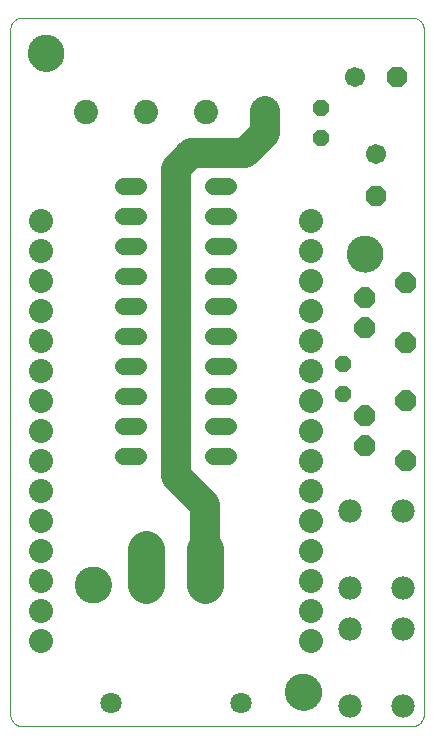
<source format=gts>
G75*
%MOIN*%
%OFA0B0*%
%FSLAX25Y25*%
%IPPOS*%
%LPD*%
%AMOC8*
5,1,8,0,0,1.08239X$1,22.5*
%
%ADD10C,0.00000*%
%ADD11C,0.10000*%
%ADD12C,0.12211*%
%ADD13C,0.05600*%
%ADD14C,0.08000*%
%ADD15C,0.07093*%
%ADD16C,0.12211*%
%ADD17C,0.08077*%
%ADD18C,0.07800*%
%ADD19OC8,0.06700*%
%ADD20C,0.06700*%
%ADD21OC8,0.05600*%
%ADD22OC8,0.07000*%
D10*
X0007206Y0016861D02*
X0137127Y0016861D01*
X0137251Y0016863D01*
X0137374Y0016869D01*
X0137498Y0016878D01*
X0137620Y0016892D01*
X0137743Y0016909D01*
X0137865Y0016931D01*
X0137986Y0016956D01*
X0138106Y0016985D01*
X0138225Y0017017D01*
X0138344Y0017054D01*
X0138461Y0017094D01*
X0138576Y0017137D01*
X0138691Y0017185D01*
X0138803Y0017236D01*
X0138914Y0017290D01*
X0139024Y0017348D01*
X0139131Y0017409D01*
X0139237Y0017474D01*
X0139340Y0017542D01*
X0139441Y0017613D01*
X0139540Y0017687D01*
X0139637Y0017764D01*
X0139731Y0017845D01*
X0139822Y0017928D01*
X0139911Y0018014D01*
X0139997Y0018103D01*
X0140080Y0018194D01*
X0140161Y0018288D01*
X0140238Y0018385D01*
X0140312Y0018484D01*
X0140383Y0018585D01*
X0140451Y0018688D01*
X0140516Y0018794D01*
X0140577Y0018901D01*
X0140635Y0019011D01*
X0140689Y0019122D01*
X0140740Y0019234D01*
X0140788Y0019349D01*
X0140831Y0019464D01*
X0140871Y0019581D01*
X0140908Y0019700D01*
X0140940Y0019819D01*
X0140969Y0019939D01*
X0140994Y0020060D01*
X0141016Y0020182D01*
X0141033Y0020305D01*
X0141047Y0020427D01*
X0141056Y0020551D01*
X0141062Y0020674D01*
X0141064Y0020798D01*
X0141064Y0249145D01*
X0141062Y0249269D01*
X0141056Y0249392D01*
X0141047Y0249516D01*
X0141033Y0249638D01*
X0141016Y0249761D01*
X0140994Y0249883D01*
X0140969Y0250004D01*
X0140940Y0250124D01*
X0140908Y0250243D01*
X0140871Y0250362D01*
X0140831Y0250479D01*
X0140788Y0250594D01*
X0140740Y0250709D01*
X0140689Y0250821D01*
X0140635Y0250932D01*
X0140577Y0251042D01*
X0140516Y0251149D01*
X0140451Y0251255D01*
X0140383Y0251358D01*
X0140312Y0251459D01*
X0140238Y0251558D01*
X0140161Y0251655D01*
X0140080Y0251749D01*
X0139997Y0251840D01*
X0139911Y0251929D01*
X0139822Y0252015D01*
X0139731Y0252098D01*
X0139637Y0252179D01*
X0139540Y0252256D01*
X0139441Y0252330D01*
X0139340Y0252401D01*
X0139237Y0252469D01*
X0139131Y0252534D01*
X0139024Y0252595D01*
X0138914Y0252653D01*
X0138803Y0252707D01*
X0138691Y0252758D01*
X0138576Y0252806D01*
X0138461Y0252849D01*
X0138344Y0252889D01*
X0138225Y0252926D01*
X0138106Y0252958D01*
X0137986Y0252987D01*
X0137865Y0253012D01*
X0137743Y0253034D01*
X0137620Y0253051D01*
X0137498Y0253065D01*
X0137374Y0253074D01*
X0137251Y0253080D01*
X0137127Y0253082D01*
X0007206Y0253082D01*
X0007082Y0253080D01*
X0006959Y0253074D01*
X0006835Y0253065D01*
X0006713Y0253051D01*
X0006590Y0253034D01*
X0006468Y0253012D01*
X0006347Y0252987D01*
X0006227Y0252958D01*
X0006108Y0252926D01*
X0005989Y0252889D01*
X0005872Y0252849D01*
X0005757Y0252806D01*
X0005642Y0252758D01*
X0005530Y0252707D01*
X0005419Y0252653D01*
X0005309Y0252595D01*
X0005202Y0252534D01*
X0005096Y0252469D01*
X0004993Y0252401D01*
X0004892Y0252330D01*
X0004793Y0252256D01*
X0004696Y0252179D01*
X0004602Y0252098D01*
X0004511Y0252015D01*
X0004422Y0251929D01*
X0004336Y0251840D01*
X0004253Y0251749D01*
X0004172Y0251655D01*
X0004095Y0251558D01*
X0004021Y0251459D01*
X0003950Y0251358D01*
X0003882Y0251255D01*
X0003817Y0251149D01*
X0003756Y0251042D01*
X0003698Y0250932D01*
X0003644Y0250821D01*
X0003593Y0250709D01*
X0003545Y0250594D01*
X0003502Y0250479D01*
X0003462Y0250362D01*
X0003425Y0250243D01*
X0003393Y0250124D01*
X0003364Y0250004D01*
X0003339Y0249883D01*
X0003317Y0249761D01*
X0003300Y0249638D01*
X0003286Y0249516D01*
X0003277Y0249392D01*
X0003271Y0249269D01*
X0003269Y0249145D01*
X0003269Y0020798D01*
X0003271Y0020674D01*
X0003277Y0020551D01*
X0003286Y0020427D01*
X0003300Y0020305D01*
X0003317Y0020182D01*
X0003339Y0020060D01*
X0003364Y0019939D01*
X0003393Y0019819D01*
X0003425Y0019700D01*
X0003462Y0019581D01*
X0003502Y0019464D01*
X0003545Y0019349D01*
X0003593Y0019234D01*
X0003644Y0019122D01*
X0003698Y0019011D01*
X0003756Y0018901D01*
X0003817Y0018794D01*
X0003882Y0018688D01*
X0003950Y0018585D01*
X0004021Y0018484D01*
X0004095Y0018385D01*
X0004172Y0018288D01*
X0004253Y0018194D01*
X0004336Y0018103D01*
X0004422Y0018014D01*
X0004511Y0017928D01*
X0004602Y0017845D01*
X0004696Y0017764D01*
X0004793Y0017687D01*
X0004892Y0017613D01*
X0004993Y0017542D01*
X0005096Y0017474D01*
X0005202Y0017409D01*
X0005309Y0017348D01*
X0005419Y0017290D01*
X0005530Y0017236D01*
X0005642Y0017185D01*
X0005757Y0017137D01*
X0005872Y0017094D01*
X0005989Y0017054D01*
X0006108Y0017017D01*
X0006227Y0016985D01*
X0006347Y0016956D01*
X0006468Y0016931D01*
X0006590Y0016909D01*
X0006713Y0016892D01*
X0006835Y0016878D01*
X0006959Y0016869D01*
X0007082Y0016863D01*
X0007206Y0016861D01*
X0024922Y0064106D02*
X0024924Y0064259D01*
X0024930Y0064413D01*
X0024940Y0064566D01*
X0024954Y0064718D01*
X0024972Y0064871D01*
X0024994Y0065022D01*
X0025019Y0065173D01*
X0025049Y0065324D01*
X0025083Y0065474D01*
X0025120Y0065622D01*
X0025161Y0065770D01*
X0025206Y0065916D01*
X0025255Y0066062D01*
X0025308Y0066206D01*
X0025364Y0066348D01*
X0025424Y0066489D01*
X0025488Y0066629D01*
X0025555Y0066767D01*
X0025626Y0066903D01*
X0025701Y0067037D01*
X0025778Y0067169D01*
X0025860Y0067299D01*
X0025944Y0067427D01*
X0026032Y0067553D01*
X0026123Y0067676D01*
X0026217Y0067797D01*
X0026315Y0067915D01*
X0026415Y0068031D01*
X0026519Y0068144D01*
X0026625Y0068255D01*
X0026734Y0068363D01*
X0026846Y0068468D01*
X0026960Y0068569D01*
X0027078Y0068668D01*
X0027197Y0068764D01*
X0027319Y0068857D01*
X0027444Y0068946D01*
X0027571Y0069033D01*
X0027700Y0069115D01*
X0027831Y0069195D01*
X0027964Y0069271D01*
X0028099Y0069344D01*
X0028236Y0069413D01*
X0028375Y0069478D01*
X0028515Y0069540D01*
X0028657Y0069598D01*
X0028800Y0069653D01*
X0028945Y0069704D01*
X0029091Y0069751D01*
X0029238Y0069794D01*
X0029386Y0069833D01*
X0029535Y0069869D01*
X0029685Y0069900D01*
X0029836Y0069928D01*
X0029987Y0069952D01*
X0030140Y0069972D01*
X0030292Y0069988D01*
X0030445Y0070000D01*
X0030598Y0070008D01*
X0030751Y0070012D01*
X0030905Y0070012D01*
X0031058Y0070008D01*
X0031211Y0070000D01*
X0031364Y0069988D01*
X0031516Y0069972D01*
X0031669Y0069952D01*
X0031820Y0069928D01*
X0031971Y0069900D01*
X0032121Y0069869D01*
X0032270Y0069833D01*
X0032418Y0069794D01*
X0032565Y0069751D01*
X0032711Y0069704D01*
X0032856Y0069653D01*
X0032999Y0069598D01*
X0033141Y0069540D01*
X0033281Y0069478D01*
X0033420Y0069413D01*
X0033557Y0069344D01*
X0033692Y0069271D01*
X0033825Y0069195D01*
X0033956Y0069115D01*
X0034085Y0069033D01*
X0034212Y0068946D01*
X0034337Y0068857D01*
X0034459Y0068764D01*
X0034578Y0068668D01*
X0034696Y0068569D01*
X0034810Y0068468D01*
X0034922Y0068363D01*
X0035031Y0068255D01*
X0035137Y0068144D01*
X0035241Y0068031D01*
X0035341Y0067915D01*
X0035439Y0067797D01*
X0035533Y0067676D01*
X0035624Y0067553D01*
X0035712Y0067427D01*
X0035796Y0067299D01*
X0035878Y0067169D01*
X0035955Y0067037D01*
X0036030Y0066903D01*
X0036101Y0066767D01*
X0036168Y0066629D01*
X0036232Y0066489D01*
X0036292Y0066348D01*
X0036348Y0066206D01*
X0036401Y0066062D01*
X0036450Y0065916D01*
X0036495Y0065770D01*
X0036536Y0065622D01*
X0036573Y0065474D01*
X0036607Y0065324D01*
X0036637Y0065173D01*
X0036662Y0065022D01*
X0036684Y0064871D01*
X0036702Y0064718D01*
X0036716Y0064566D01*
X0036726Y0064413D01*
X0036732Y0064259D01*
X0036734Y0064106D01*
X0036732Y0063953D01*
X0036726Y0063799D01*
X0036716Y0063646D01*
X0036702Y0063494D01*
X0036684Y0063341D01*
X0036662Y0063190D01*
X0036637Y0063039D01*
X0036607Y0062888D01*
X0036573Y0062738D01*
X0036536Y0062590D01*
X0036495Y0062442D01*
X0036450Y0062296D01*
X0036401Y0062150D01*
X0036348Y0062006D01*
X0036292Y0061864D01*
X0036232Y0061723D01*
X0036168Y0061583D01*
X0036101Y0061445D01*
X0036030Y0061309D01*
X0035955Y0061175D01*
X0035878Y0061043D01*
X0035796Y0060913D01*
X0035712Y0060785D01*
X0035624Y0060659D01*
X0035533Y0060536D01*
X0035439Y0060415D01*
X0035341Y0060297D01*
X0035241Y0060181D01*
X0035137Y0060068D01*
X0035031Y0059957D01*
X0034922Y0059849D01*
X0034810Y0059744D01*
X0034696Y0059643D01*
X0034578Y0059544D01*
X0034459Y0059448D01*
X0034337Y0059355D01*
X0034212Y0059266D01*
X0034085Y0059179D01*
X0033956Y0059097D01*
X0033825Y0059017D01*
X0033692Y0058941D01*
X0033557Y0058868D01*
X0033420Y0058799D01*
X0033281Y0058734D01*
X0033141Y0058672D01*
X0032999Y0058614D01*
X0032856Y0058559D01*
X0032711Y0058508D01*
X0032565Y0058461D01*
X0032418Y0058418D01*
X0032270Y0058379D01*
X0032121Y0058343D01*
X0031971Y0058312D01*
X0031820Y0058284D01*
X0031669Y0058260D01*
X0031516Y0058240D01*
X0031364Y0058224D01*
X0031211Y0058212D01*
X0031058Y0058204D01*
X0030905Y0058200D01*
X0030751Y0058200D01*
X0030598Y0058204D01*
X0030445Y0058212D01*
X0030292Y0058224D01*
X0030140Y0058240D01*
X0029987Y0058260D01*
X0029836Y0058284D01*
X0029685Y0058312D01*
X0029535Y0058343D01*
X0029386Y0058379D01*
X0029238Y0058418D01*
X0029091Y0058461D01*
X0028945Y0058508D01*
X0028800Y0058559D01*
X0028657Y0058614D01*
X0028515Y0058672D01*
X0028375Y0058734D01*
X0028236Y0058799D01*
X0028099Y0058868D01*
X0027964Y0058941D01*
X0027831Y0059017D01*
X0027700Y0059097D01*
X0027571Y0059179D01*
X0027444Y0059266D01*
X0027319Y0059355D01*
X0027197Y0059448D01*
X0027078Y0059544D01*
X0026960Y0059643D01*
X0026846Y0059744D01*
X0026734Y0059849D01*
X0026625Y0059957D01*
X0026519Y0060068D01*
X0026415Y0060181D01*
X0026315Y0060297D01*
X0026217Y0060415D01*
X0026123Y0060536D01*
X0026032Y0060659D01*
X0025944Y0060785D01*
X0025860Y0060913D01*
X0025778Y0061043D01*
X0025701Y0061175D01*
X0025626Y0061309D01*
X0025555Y0061445D01*
X0025488Y0061583D01*
X0025424Y0061723D01*
X0025364Y0061864D01*
X0025308Y0062006D01*
X0025255Y0062150D01*
X0025206Y0062296D01*
X0025161Y0062442D01*
X0025120Y0062590D01*
X0025083Y0062738D01*
X0025049Y0062888D01*
X0025019Y0063039D01*
X0024994Y0063190D01*
X0024972Y0063341D01*
X0024954Y0063494D01*
X0024940Y0063646D01*
X0024930Y0063799D01*
X0024924Y0063953D01*
X0024922Y0064106D01*
X0095000Y0028279D02*
X0095002Y0028432D01*
X0095008Y0028586D01*
X0095018Y0028739D01*
X0095032Y0028891D01*
X0095050Y0029044D01*
X0095072Y0029195D01*
X0095097Y0029346D01*
X0095127Y0029497D01*
X0095161Y0029647D01*
X0095198Y0029795D01*
X0095239Y0029943D01*
X0095284Y0030089D01*
X0095333Y0030235D01*
X0095386Y0030379D01*
X0095442Y0030521D01*
X0095502Y0030662D01*
X0095566Y0030802D01*
X0095633Y0030940D01*
X0095704Y0031076D01*
X0095779Y0031210D01*
X0095856Y0031342D01*
X0095938Y0031472D01*
X0096022Y0031600D01*
X0096110Y0031726D01*
X0096201Y0031849D01*
X0096295Y0031970D01*
X0096393Y0032088D01*
X0096493Y0032204D01*
X0096597Y0032317D01*
X0096703Y0032428D01*
X0096812Y0032536D01*
X0096924Y0032641D01*
X0097038Y0032742D01*
X0097156Y0032841D01*
X0097275Y0032937D01*
X0097397Y0033030D01*
X0097522Y0033119D01*
X0097649Y0033206D01*
X0097778Y0033288D01*
X0097909Y0033368D01*
X0098042Y0033444D01*
X0098177Y0033517D01*
X0098314Y0033586D01*
X0098453Y0033651D01*
X0098593Y0033713D01*
X0098735Y0033771D01*
X0098878Y0033826D01*
X0099023Y0033877D01*
X0099169Y0033924D01*
X0099316Y0033967D01*
X0099464Y0034006D01*
X0099613Y0034042D01*
X0099763Y0034073D01*
X0099914Y0034101D01*
X0100065Y0034125D01*
X0100218Y0034145D01*
X0100370Y0034161D01*
X0100523Y0034173D01*
X0100676Y0034181D01*
X0100829Y0034185D01*
X0100983Y0034185D01*
X0101136Y0034181D01*
X0101289Y0034173D01*
X0101442Y0034161D01*
X0101594Y0034145D01*
X0101747Y0034125D01*
X0101898Y0034101D01*
X0102049Y0034073D01*
X0102199Y0034042D01*
X0102348Y0034006D01*
X0102496Y0033967D01*
X0102643Y0033924D01*
X0102789Y0033877D01*
X0102934Y0033826D01*
X0103077Y0033771D01*
X0103219Y0033713D01*
X0103359Y0033651D01*
X0103498Y0033586D01*
X0103635Y0033517D01*
X0103770Y0033444D01*
X0103903Y0033368D01*
X0104034Y0033288D01*
X0104163Y0033206D01*
X0104290Y0033119D01*
X0104415Y0033030D01*
X0104537Y0032937D01*
X0104656Y0032841D01*
X0104774Y0032742D01*
X0104888Y0032641D01*
X0105000Y0032536D01*
X0105109Y0032428D01*
X0105215Y0032317D01*
X0105319Y0032204D01*
X0105419Y0032088D01*
X0105517Y0031970D01*
X0105611Y0031849D01*
X0105702Y0031726D01*
X0105790Y0031600D01*
X0105874Y0031472D01*
X0105956Y0031342D01*
X0106033Y0031210D01*
X0106108Y0031076D01*
X0106179Y0030940D01*
X0106246Y0030802D01*
X0106310Y0030662D01*
X0106370Y0030521D01*
X0106426Y0030379D01*
X0106479Y0030235D01*
X0106528Y0030089D01*
X0106573Y0029943D01*
X0106614Y0029795D01*
X0106651Y0029647D01*
X0106685Y0029497D01*
X0106715Y0029346D01*
X0106740Y0029195D01*
X0106762Y0029044D01*
X0106780Y0028891D01*
X0106794Y0028739D01*
X0106804Y0028586D01*
X0106810Y0028432D01*
X0106812Y0028279D01*
X0106810Y0028126D01*
X0106804Y0027972D01*
X0106794Y0027819D01*
X0106780Y0027667D01*
X0106762Y0027514D01*
X0106740Y0027363D01*
X0106715Y0027212D01*
X0106685Y0027061D01*
X0106651Y0026911D01*
X0106614Y0026763D01*
X0106573Y0026615D01*
X0106528Y0026469D01*
X0106479Y0026323D01*
X0106426Y0026179D01*
X0106370Y0026037D01*
X0106310Y0025896D01*
X0106246Y0025756D01*
X0106179Y0025618D01*
X0106108Y0025482D01*
X0106033Y0025348D01*
X0105956Y0025216D01*
X0105874Y0025086D01*
X0105790Y0024958D01*
X0105702Y0024832D01*
X0105611Y0024709D01*
X0105517Y0024588D01*
X0105419Y0024470D01*
X0105319Y0024354D01*
X0105215Y0024241D01*
X0105109Y0024130D01*
X0105000Y0024022D01*
X0104888Y0023917D01*
X0104774Y0023816D01*
X0104656Y0023717D01*
X0104537Y0023621D01*
X0104415Y0023528D01*
X0104290Y0023439D01*
X0104163Y0023352D01*
X0104034Y0023270D01*
X0103903Y0023190D01*
X0103770Y0023114D01*
X0103635Y0023041D01*
X0103498Y0022972D01*
X0103359Y0022907D01*
X0103219Y0022845D01*
X0103077Y0022787D01*
X0102934Y0022732D01*
X0102789Y0022681D01*
X0102643Y0022634D01*
X0102496Y0022591D01*
X0102348Y0022552D01*
X0102199Y0022516D01*
X0102049Y0022485D01*
X0101898Y0022457D01*
X0101747Y0022433D01*
X0101594Y0022413D01*
X0101442Y0022397D01*
X0101289Y0022385D01*
X0101136Y0022377D01*
X0100983Y0022373D01*
X0100829Y0022373D01*
X0100676Y0022377D01*
X0100523Y0022385D01*
X0100370Y0022397D01*
X0100218Y0022413D01*
X0100065Y0022433D01*
X0099914Y0022457D01*
X0099763Y0022485D01*
X0099613Y0022516D01*
X0099464Y0022552D01*
X0099316Y0022591D01*
X0099169Y0022634D01*
X0099023Y0022681D01*
X0098878Y0022732D01*
X0098735Y0022787D01*
X0098593Y0022845D01*
X0098453Y0022907D01*
X0098314Y0022972D01*
X0098177Y0023041D01*
X0098042Y0023114D01*
X0097909Y0023190D01*
X0097778Y0023270D01*
X0097649Y0023352D01*
X0097522Y0023439D01*
X0097397Y0023528D01*
X0097275Y0023621D01*
X0097156Y0023717D01*
X0097038Y0023816D01*
X0096924Y0023917D01*
X0096812Y0024022D01*
X0096703Y0024130D01*
X0096597Y0024241D01*
X0096493Y0024354D01*
X0096393Y0024470D01*
X0096295Y0024588D01*
X0096201Y0024709D01*
X0096110Y0024832D01*
X0096022Y0024958D01*
X0095938Y0025086D01*
X0095856Y0025216D01*
X0095779Y0025348D01*
X0095704Y0025482D01*
X0095633Y0025618D01*
X0095566Y0025756D01*
X0095502Y0025896D01*
X0095442Y0026037D01*
X0095386Y0026179D01*
X0095333Y0026323D01*
X0095284Y0026469D01*
X0095239Y0026615D01*
X0095198Y0026763D01*
X0095161Y0026911D01*
X0095127Y0027061D01*
X0095097Y0027212D01*
X0095072Y0027363D01*
X0095050Y0027514D01*
X0095032Y0027667D01*
X0095018Y0027819D01*
X0095008Y0027972D01*
X0095002Y0028126D01*
X0095000Y0028279D01*
X0115473Y0174342D02*
X0115475Y0174495D01*
X0115481Y0174649D01*
X0115491Y0174802D01*
X0115505Y0174954D01*
X0115523Y0175107D01*
X0115545Y0175258D01*
X0115570Y0175409D01*
X0115600Y0175560D01*
X0115634Y0175710D01*
X0115671Y0175858D01*
X0115712Y0176006D01*
X0115757Y0176152D01*
X0115806Y0176298D01*
X0115859Y0176442D01*
X0115915Y0176584D01*
X0115975Y0176725D01*
X0116039Y0176865D01*
X0116106Y0177003D01*
X0116177Y0177139D01*
X0116252Y0177273D01*
X0116329Y0177405D01*
X0116411Y0177535D01*
X0116495Y0177663D01*
X0116583Y0177789D01*
X0116674Y0177912D01*
X0116768Y0178033D01*
X0116866Y0178151D01*
X0116966Y0178267D01*
X0117070Y0178380D01*
X0117176Y0178491D01*
X0117285Y0178599D01*
X0117397Y0178704D01*
X0117511Y0178805D01*
X0117629Y0178904D01*
X0117748Y0179000D01*
X0117870Y0179093D01*
X0117995Y0179182D01*
X0118122Y0179269D01*
X0118251Y0179351D01*
X0118382Y0179431D01*
X0118515Y0179507D01*
X0118650Y0179580D01*
X0118787Y0179649D01*
X0118926Y0179714D01*
X0119066Y0179776D01*
X0119208Y0179834D01*
X0119351Y0179889D01*
X0119496Y0179940D01*
X0119642Y0179987D01*
X0119789Y0180030D01*
X0119937Y0180069D01*
X0120086Y0180105D01*
X0120236Y0180136D01*
X0120387Y0180164D01*
X0120538Y0180188D01*
X0120691Y0180208D01*
X0120843Y0180224D01*
X0120996Y0180236D01*
X0121149Y0180244D01*
X0121302Y0180248D01*
X0121456Y0180248D01*
X0121609Y0180244D01*
X0121762Y0180236D01*
X0121915Y0180224D01*
X0122067Y0180208D01*
X0122220Y0180188D01*
X0122371Y0180164D01*
X0122522Y0180136D01*
X0122672Y0180105D01*
X0122821Y0180069D01*
X0122969Y0180030D01*
X0123116Y0179987D01*
X0123262Y0179940D01*
X0123407Y0179889D01*
X0123550Y0179834D01*
X0123692Y0179776D01*
X0123832Y0179714D01*
X0123971Y0179649D01*
X0124108Y0179580D01*
X0124243Y0179507D01*
X0124376Y0179431D01*
X0124507Y0179351D01*
X0124636Y0179269D01*
X0124763Y0179182D01*
X0124888Y0179093D01*
X0125010Y0179000D01*
X0125129Y0178904D01*
X0125247Y0178805D01*
X0125361Y0178704D01*
X0125473Y0178599D01*
X0125582Y0178491D01*
X0125688Y0178380D01*
X0125792Y0178267D01*
X0125892Y0178151D01*
X0125990Y0178033D01*
X0126084Y0177912D01*
X0126175Y0177789D01*
X0126263Y0177663D01*
X0126347Y0177535D01*
X0126429Y0177405D01*
X0126506Y0177273D01*
X0126581Y0177139D01*
X0126652Y0177003D01*
X0126719Y0176865D01*
X0126783Y0176725D01*
X0126843Y0176584D01*
X0126899Y0176442D01*
X0126952Y0176298D01*
X0127001Y0176152D01*
X0127046Y0176006D01*
X0127087Y0175858D01*
X0127124Y0175710D01*
X0127158Y0175560D01*
X0127188Y0175409D01*
X0127213Y0175258D01*
X0127235Y0175107D01*
X0127253Y0174954D01*
X0127267Y0174802D01*
X0127277Y0174649D01*
X0127283Y0174495D01*
X0127285Y0174342D01*
X0127283Y0174189D01*
X0127277Y0174035D01*
X0127267Y0173882D01*
X0127253Y0173730D01*
X0127235Y0173577D01*
X0127213Y0173426D01*
X0127188Y0173275D01*
X0127158Y0173124D01*
X0127124Y0172974D01*
X0127087Y0172826D01*
X0127046Y0172678D01*
X0127001Y0172532D01*
X0126952Y0172386D01*
X0126899Y0172242D01*
X0126843Y0172100D01*
X0126783Y0171959D01*
X0126719Y0171819D01*
X0126652Y0171681D01*
X0126581Y0171545D01*
X0126506Y0171411D01*
X0126429Y0171279D01*
X0126347Y0171149D01*
X0126263Y0171021D01*
X0126175Y0170895D01*
X0126084Y0170772D01*
X0125990Y0170651D01*
X0125892Y0170533D01*
X0125792Y0170417D01*
X0125688Y0170304D01*
X0125582Y0170193D01*
X0125473Y0170085D01*
X0125361Y0169980D01*
X0125247Y0169879D01*
X0125129Y0169780D01*
X0125010Y0169684D01*
X0124888Y0169591D01*
X0124763Y0169502D01*
X0124636Y0169415D01*
X0124507Y0169333D01*
X0124376Y0169253D01*
X0124243Y0169177D01*
X0124108Y0169104D01*
X0123971Y0169035D01*
X0123832Y0168970D01*
X0123692Y0168908D01*
X0123550Y0168850D01*
X0123407Y0168795D01*
X0123262Y0168744D01*
X0123116Y0168697D01*
X0122969Y0168654D01*
X0122821Y0168615D01*
X0122672Y0168579D01*
X0122522Y0168548D01*
X0122371Y0168520D01*
X0122220Y0168496D01*
X0122067Y0168476D01*
X0121915Y0168460D01*
X0121762Y0168448D01*
X0121609Y0168440D01*
X0121456Y0168436D01*
X0121302Y0168436D01*
X0121149Y0168440D01*
X0120996Y0168448D01*
X0120843Y0168460D01*
X0120691Y0168476D01*
X0120538Y0168496D01*
X0120387Y0168520D01*
X0120236Y0168548D01*
X0120086Y0168579D01*
X0119937Y0168615D01*
X0119789Y0168654D01*
X0119642Y0168697D01*
X0119496Y0168744D01*
X0119351Y0168795D01*
X0119208Y0168850D01*
X0119066Y0168908D01*
X0118926Y0168970D01*
X0118787Y0169035D01*
X0118650Y0169104D01*
X0118515Y0169177D01*
X0118382Y0169253D01*
X0118251Y0169333D01*
X0118122Y0169415D01*
X0117995Y0169502D01*
X0117870Y0169591D01*
X0117748Y0169684D01*
X0117629Y0169780D01*
X0117511Y0169879D01*
X0117397Y0169980D01*
X0117285Y0170085D01*
X0117176Y0170193D01*
X0117070Y0170304D01*
X0116966Y0170417D01*
X0116866Y0170533D01*
X0116768Y0170651D01*
X0116674Y0170772D01*
X0116583Y0170895D01*
X0116495Y0171021D01*
X0116411Y0171149D01*
X0116329Y0171279D01*
X0116252Y0171411D01*
X0116177Y0171545D01*
X0116106Y0171681D01*
X0116039Y0171819D01*
X0115975Y0171959D01*
X0115915Y0172100D01*
X0115859Y0172242D01*
X0115806Y0172386D01*
X0115757Y0172532D01*
X0115712Y0172678D01*
X0115671Y0172826D01*
X0115634Y0172974D01*
X0115600Y0173124D01*
X0115570Y0173275D01*
X0115545Y0173426D01*
X0115523Y0173577D01*
X0115505Y0173730D01*
X0115491Y0173882D01*
X0115481Y0174035D01*
X0115475Y0174189D01*
X0115473Y0174342D01*
X0009174Y0241271D02*
X0009176Y0241424D01*
X0009182Y0241578D01*
X0009192Y0241731D01*
X0009206Y0241883D01*
X0009224Y0242036D01*
X0009246Y0242187D01*
X0009271Y0242338D01*
X0009301Y0242489D01*
X0009335Y0242639D01*
X0009372Y0242787D01*
X0009413Y0242935D01*
X0009458Y0243081D01*
X0009507Y0243227D01*
X0009560Y0243371D01*
X0009616Y0243513D01*
X0009676Y0243654D01*
X0009740Y0243794D01*
X0009807Y0243932D01*
X0009878Y0244068D01*
X0009953Y0244202D01*
X0010030Y0244334D01*
X0010112Y0244464D01*
X0010196Y0244592D01*
X0010284Y0244718D01*
X0010375Y0244841D01*
X0010469Y0244962D01*
X0010567Y0245080D01*
X0010667Y0245196D01*
X0010771Y0245309D01*
X0010877Y0245420D01*
X0010986Y0245528D01*
X0011098Y0245633D01*
X0011212Y0245734D01*
X0011330Y0245833D01*
X0011449Y0245929D01*
X0011571Y0246022D01*
X0011696Y0246111D01*
X0011823Y0246198D01*
X0011952Y0246280D01*
X0012083Y0246360D01*
X0012216Y0246436D01*
X0012351Y0246509D01*
X0012488Y0246578D01*
X0012627Y0246643D01*
X0012767Y0246705D01*
X0012909Y0246763D01*
X0013052Y0246818D01*
X0013197Y0246869D01*
X0013343Y0246916D01*
X0013490Y0246959D01*
X0013638Y0246998D01*
X0013787Y0247034D01*
X0013937Y0247065D01*
X0014088Y0247093D01*
X0014239Y0247117D01*
X0014392Y0247137D01*
X0014544Y0247153D01*
X0014697Y0247165D01*
X0014850Y0247173D01*
X0015003Y0247177D01*
X0015157Y0247177D01*
X0015310Y0247173D01*
X0015463Y0247165D01*
X0015616Y0247153D01*
X0015768Y0247137D01*
X0015921Y0247117D01*
X0016072Y0247093D01*
X0016223Y0247065D01*
X0016373Y0247034D01*
X0016522Y0246998D01*
X0016670Y0246959D01*
X0016817Y0246916D01*
X0016963Y0246869D01*
X0017108Y0246818D01*
X0017251Y0246763D01*
X0017393Y0246705D01*
X0017533Y0246643D01*
X0017672Y0246578D01*
X0017809Y0246509D01*
X0017944Y0246436D01*
X0018077Y0246360D01*
X0018208Y0246280D01*
X0018337Y0246198D01*
X0018464Y0246111D01*
X0018589Y0246022D01*
X0018711Y0245929D01*
X0018830Y0245833D01*
X0018948Y0245734D01*
X0019062Y0245633D01*
X0019174Y0245528D01*
X0019283Y0245420D01*
X0019389Y0245309D01*
X0019493Y0245196D01*
X0019593Y0245080D01*
X0019691Y0244962D01*
X0019785Y0244841D01*
X0019876Y0244718D01*
X0019964Y0244592D01*
X0020048Y0244464D01*
X0020130Y0244334D01*
X0020207Y0244202D01*
X0020282Y0244068D01*
X0020353Y0243932D01*
X0020420Y0243794D01*
X0020484Y0243654D01*
X0020544Y0243513D01*
X0020600Y0243371D01*
X0020653Y0243227D01*
X0020702Y0243081D01*
X0020747Y0242935D01*
X0020788Y0242787D01*
X0020825Y0242639D01*
X0020859Y0242489D01*
X0020889Y0242338D01*
X0020914Y0242187D01*
X0020936Y0242036D01*
X0020954Y0241883D01*
X0020968Y0241731D01*
X0020978Y0241578D01*
X0020984Y0241424D01*
X0020986Y0241271D01*
X0020984Y0241118D01*
X0020978Y0240964D01*
X0020968Y0240811D01*
X0020954Y0240659D01*
X0020936Y0240506D01*
X0020914Y0240355D01*
X0020889Y0240204D01*
X0020859Y0240053D01*
X0020825Y0239903D01*
X0020788Y0239755D01*
X0020747Y0239607D01*
X0020702Y0239461D01*
X0020653Y0239315D01*
X0020600Y0239171D01*
X0020544Y0239029D01*
X0020484Y0238888D01*
X0020420Y0238748D01*
X0020353Y0238610D01*
X0020282Y0238474D01*
X0020207Y0238340D01*
X0020130Y0238208D01*
X0020048Y0238078D01*
X0019964Y0237950D01*
X0019876Y0237824D01*
X0019785Y0237701D01*
X0019691Y0237580D01*
X0019593Y0237462D01*
X0019493Y0237346D01*
X0019389Y0237233D01*
X0019283Y0237122D01*
X0019174Y0237014D01*
X0019062Y0236909D01*
X0018948Y0236808D01*
X0018830Y0236709D01*
X0018711Y0236613D01*
X0018589Y0236520D01*
X0018464Y0236431D01*
X0018337Y0236344D01*
X0018208Y0236262D01*
X0018077Y0236182D01*
X0017944Y0236106D01*
X0017809Y0236033D01*
X0017672Y0235964D01*
X0017533Y0235899D01*
X0017393Y0235837D01*
X0017251Y0235779D01*
X0017108Y0235724D01*
X0016963Y0235673D01*
X0016817Y0235626D01*
X0016670Y0235583D01*
X0016522Y0235544D01*
X0016373Y0235508D01*
X0016223Y0235477D01*
X0016072Y0235449D01*
X0015921Y0235425D01*
X0015768Y0235405D01*
X0015616Y0235389D01*
X0015463Y0235377D01*
X0015310Y0235369D01*
X0015157Y0235365D01*
X0015003Y0235365D01*
X0014850Y0235369D01*
X0014697Y0235377D01*
X0014544Y0235389D01*
X0014392Y0235405D01*
X0014239Y0235425D01*
X0014088Y0235449D01*
X0013937Y0235477D01*
X0013787Y0235508D01*
X0013638Y0235544D01*
X0013490Y0235583D01*
X0013343Y0235626D01*
X0013197Y0235673D01*
X0013052Y0235724D01*
X0012909Y0235779D01*
X0012767Y0235837D01*
X0012627Y0235899D01*
X0012488Y0235964D01*
X0012351Y0236033D01*
X0012216Y0236106D01*
X0012083Y0236182D01*
X0011952Y0236262D01*
X0011823Y0236344D01*
X0011696Y0236431D01*
X0011571Y0236520D01*
X0011449Y0236613D01*
X0011330Y0236709D01*
X0011212Y0236808D01*
X0011098Y0236909D01*
X0010986Y0237014D01*
X0010877Y0237122D01*
X0010771Y0237233D01*
X0010667Y0237346D01*
X0010567Y0237462D01*
X0010469Y0237580D01*
X0010375Y0237701D01*
X0010284Y0237824D01*
X0010196Y0237950D01*
X0010112Y0238078D01*
X0010030Y0238208D01*
X0009953Y0238340D01*
X0009878Y0238474D01*
X0009807Y0238610D01*
X0009740Y0238748D01*
X0009676Y0238888D01*
X0009616Y0239029D01*
X0009560Y0239171D01*
X0009507Y0239315D01*
X0009458Y0239461D01*
X0009413Y0239607D01*
X0009372Y0239755D01*
X0009335Y0239903D01*
X0009301Y0240053D01*
X0009271Y0240204D01*
X0009246Y0240355D01*
X0009224Y0240506D01*
X0009206Y0240659D01*
X0009192Y0240811D01*
X0009182Y0240964D01*
X0009176Y0241118D01*
X0009174Y0241271D01*
D11*
X0058387Y0202688D02*
X0063505Y0207806D01*
X0081615Y0207806D01*
X0088308Y0214499D01*
X0088308Y0221980D01*
X0058387Y0202688D02*
X0058387Y0100326D01*
X0068229Y0090483D01*
X0068229Y0086546D01*
X0068229Y0084578D02*
X0068229Y0075917D01*
D12*
X0100906Y0028279D03*
X0030828Y0064106D03*
X0121379Y0174342D03*
X0015080Y0241271D03*
D13*
X0040787Y0196901D02*
X0045987Y0196901D01*
X0045987Y0186901D02*
X0040787Y0186901D01*
X0040787Y0176901D02*
X0045987Y0176901D01*
X0045987Y0166901D02*
X0040787Y0166901D01*
X0040787Y0156901D02*
X0045987Y0156901D01*
X0045987Y0146901D02*
X0040787Y0146901D01*
X0040787Y0136901D02*
X0045987Y0136901D01*
X0045987Y0126901D02*
X0040787Y0126901D01*
X0040787Y0116901D02*
X0045987Y0116901D01*
X0045987Y0106901D02*
X0040787Y0106901D01*
X0070787Y0106901D02*
X0075987Y0106901D01*
X0075987Y0116901D02*
X0070787Y0116901D01*
X0070787Y0126901D02*
X0075987Y0126901D01*
X0075987Y0136901D02*
X0070787Y0136901D01*
X0070787Y0146901D02*
X0075987Y0146901D01*
X0075987Y0156901D02*
X0070787Y0156901D01*
X0070787Y0166901D02*
X0075987Y0166901D01*
X0075987Y0176901D02*
X0070787Y0176901D01*
X0070787Y0186901D02*
X0075987Y0186901D01*
X0075987Y0196901D02*
X0070787Y0196901D01*
D14*
X0103387Y0185287D03*
X0103387Y0175287D03*
X0103387Y0165287D03*
X0103387Y0155287D03*
X0103387Y0145287D03*
X0103387Y0135287D03*
X0103387Y0125287D03*
X0103387Y0115287D03*
X0103387Y0105287D03*
X0103387Y0095287D03*
X0103387Y0085287D03*
X0103387Y0075287D03*
X0103387Y0065287D03*
X0103387Y0055287D03*
X0103387Y0045287D03*
X0013387Y0045287D03*
X0013387Y0055287D03*
X0013387Y0065287D03*
X0013387Y0075287D03*
X0013387Y0085287D03*
X0013387Y0095287D03*
X0013387Y0105287D03*
X0013387Y0115287D03*
X0013387Y0125287D03*
X0013387Y0135287D03*
X0013387Y0145287D03*
X0013387Y0155287D03*
X0013387Y0165287D03*
X0013387Y0175287D03*
X0013387Y0185287D03*
D15*
X0036733Y0024735D03*
X0080040Y0024735D03*
D16*
X0068229Y0064106D02*
X0068229Y0075917D01*
X0048544Y0075917D02*
X0048544Y0064106D01*
D17*
X0048387Y0221586D03*
X0028387Y0221586D03*
X0068387Y0221586D03*
X0088387Y0221586D03*
D18*
X0116416Y0088717D03*
X0116416Y0063117D03*
X0116416Y0049346D03*
X0116416Y0023746D03*
X0134216Y0023746D03*
X0134216Y0049346D03*
X0134216Y0063117D03*
X0134216Y0088717D03*
D19*
X0125316Y0193720D03*
X0132316Y0233397D03*
D20*
X0118316Y0233397D03*
X0125316Y0207720D03*
D21*
X0106812Y0213043D03*
X0106812Y0223043D03*
X0114292Y0137609D03*
X0114292Y0127609D03*
D22*
X0121379Y0120287D03*
X0121379Y0110287D03*
X0135158Y0105287D03*
X0135158Y0125287D03*
X0135158Y0144657D03*
X0135158Y0164657D03*
X0121379Y0159657D03*
X0121379Y0149657D03*
M02*

</source>
